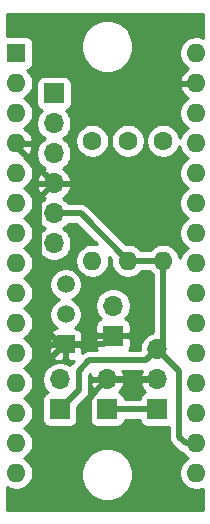
<source format=gbr>
%TF.GenerationSoftware,KiCad,Pcbnew,(5.1.12)-1*%
%TF.CreationDate,2024-12-20T23:38:59+09:00*%
%TF.ProjectId,Cuicuit,43756963-7569-4742-9e6b-696361645f70,rev?*%
%TF.SameCoordinates,Original*%
%TF.FileFunction,Copper,L1,Top*%
%TF.FilePolarity,Positive*%
%FSLAX46Y46*%
G04 Gerber Fmt 4.6, Leading zero omitted, Abs format (unit mm)*
G04 Created by KiCad (PCBNEW (5.1.12)-1) date 2024-12-20 23:38:59*
%MOMM*%
%LPD*%
G01*
G04 APERTURE LIST*
%TA.AperFunction,ComponentPad*%
%ADD10C,1.600000*%
%TD*%
%TA.AperFunction,ComponentPad*%
%ADD11O,1.600000X1.600000*%
%TD*%
%TA.AperFunction,ComponentPad*%
%ADD12C,1.500000*%
%TD*%
%TA.AperFunction,ComponentPad*%
%ADD13R,1.500000X1.500000*%
%TD*%
%TA.AperFunction,ComponentPad*%
%ADD14R,1.600000X1.600000*%
%TD*%
%TA.AperFunction,ComponentPad*%
%ADD15R,1.700000X1.700000*%
%TD*%
%TA.AperFunction,ComponentPad*%
%ADD16O,1.700000X1.700000*%
%TD*%
%TA.AperFunction,Conductor*%
%ADD17C,0.500000*%
%TD*%
%TA.AperFunction,Conductor*%
%ADD18C,0.254000*%
%TD*%
%TA.AperFunction,Conductor*%
%ADD19C,0.100000*%
%TD*%
G04 APERTURE END LIST*
D10*
%TO.P,1N4007,1*%
%TO.N,Net-(1N4007-Pad1)*%
X140540000Y-118180000D03*
D11*
%TO.P,1N4007,2*%
%TO.N,+3.3VADC*%
X140540000Y-128340000D03*
%TD*%
D12*
%TO.P,2SC1815,2*%
%TO.N,Net-(1N4007-Pad1)*%
X135290000Y-132890000D03*
%TO.P,2SC1815,3*%
%TO.N,Net-(2SC1815-Pad3)*%
X135290000Y-130350000D03*
D13*
%TO.P,2SC1815,1*%
%TO.N,0*%
X135290000Y-135430000D03*
%TD*%
D14*
%TO.P,Arduino_nano_33_ble1,1*%
%TO.N,RX*%
X131095001Y-110765001D03*
D11*
%TO.P,Arduino_nano_33_ble1,17*%
%TO.N,+3.3VADC*%
X146335001Y-143785001D03*
%TO.P,Arduino_nano_33_ble1,2*%
%TO.N,TX*%
X131095001Y-113305001D03*
%TO.P,Arduino_nano_33_ble1,18*%
%TO.N,Net-(Arduino_nano_33_ble1-Pad18)*%
X146335001Y-141245001D03*
%TO.P,Arduino_nano_33_ble1,3*%
%TO.N,Net-(Arduino_nano_33_ble1-Pad3)*%
X131095001Y-115845001D03*
%TO.P,Arduino_nano_33_ble1,19*%
%TO.N,Net-(Arduino_nano_33_ble1-Pad19)*%
X146335001Y-138705001D03*
%TO.P,Arduino_nano_33_ble1,4*%
%TO.N,0*%
X131095001Y-118385001D03*
%TO.P,Arduino_nano_33_ble1,20*%
%TO.N,Net-(Arduino_nano_33_ble1-Pad20)*%
X146335001Y-136165001D03*
%TO.P,Arduino_nano_33_ble1,5*%
%TO.N,Net-(Arduino_nano_33_ble1-Pad5)*%
X131095001Y-120925001D03*
%TO.P,Arduino_nano_33_ble1,21*%
%TO.N,Net-(Arduino_nano_33_ble1-Pad21)*%
X146335001Y-133625001D03*
%TO.P,Arduino_nano_33_ble1,6*%
%TO.N,Net-(Arduino_nano_33_ble1-Pad6)*%
X131095001Y-123465001D03*
%TO.P,Arduino_nano_33_ble1,22*%
%TO.N,Net-(Arduino_nano_33_ble1-Pad22)*%
X146335001Y-131085001D03*
%TO.P,Arduino_nano_33_ble1,7*%
%TO.N,Net-(Arduino_nano_33_ble1-Pad7)*%
X131095001Y-126005001D03*
%TO.P,Arduino_nano_33_ble1,23*%
%TO.N,Net-(Arduino_nano_33_ble1-Pad23)*%
X146335001Y-128545001D03*
%TO.P,Arduino_nano_33_ble1,8*%
%TO.N,Net-(Arduino_nano_33_ble1-Pad8)*%
X131095001Y-128545001D03*
%TO.P,Arduino_nano_33_ble1,24*%
%TO.N,Net-(Arduino_nano_33_ble1-Pad24)*%
X146335001Y-126005001D03*
%TO.P,Arduino_nano_33_ble1,9*%
%TO.N,Net-(Arduino_nano_33_ble1-Pad9)*%
X131095001Y-131085001D03*
%TO.P,Arduino_nano_33_ble1,25*%
%TO.N,Net-(Arduino_nano_33_ble1-Pad25)*%
X146335001Y-123465001D03*
%TO.P,Arduino_nano_33_ble1,10*%
%TO.N,Net-(Arduino_nano_33_ble1-Pad10)*%
X131095001Y-133625001D03*
%TO.P,Arduino_nano_33_ble1,26*%
%TO.N,A7*%
X146335001Y-120925001D03*
%TO.P,Arduino_nano_33_ble1,11*%
%TO.N,Net-(Arduino_nano_33_ble1-Pad11)*%
X131095001Y-136165001D03*
%TO.P,Arduino_nano_33_ble1,27*%
%TO.N,Net-(Arduino_nano_33_ble1-Pad27)*%
X146335001Y-118385001D03*
%TO.P,Arduino_nano_33_ble1,12*%
%TO.N,D9*%
X131095001Y-138705001D03*
%TO.P,Arduino_nano_33_ble1,28*%
%TO.N,Net-(Arduino_nano_33_ble1-Pad28)*%
X146335001Y-115845001D03*
%TO.P,Arduino_nano_33_ble1,13*%
%TO.N,Net-(Arduino_nano_33_ble1-Pad13)*%
X131095001Y-141245001D03*
%TO.P,Arduino_nano_33_ble1,29*%
%TO.N,0*%
X146335001Y-113305001D03*
%TO.P,Arduino_nano_33_ble1,14*%
%TO.N,Net-(Arduino_nano_33_ble1-Pad14)*%
X131095001Y-143785001D03*
%TO.P,Arduino_nano_33_ble1,30*%
%TO.N,Net-(Arduino_nano_33_ble1-Pad30)*%
X146335001Y-110765001D03*
%TO.P,Arduino_nano_33_ble1,15*%
%TO.N,Net-(Arduino_nano_33_ble1-Pad15)*%
X131095001Y-146325001D03*
%TO.P,Arduino_nano_33_ble1,16*%
%TO.N,Net-(Arduino_nano_33_ble1-Pad16)*%
X146335001Y-146325001D03*
%TD*%
D15*
%TO.P,Bend,1*%
%TO.N,0*%
X139290000Y-134680000D03*
D16*
%TO.P,Bend,2*%
%TO.N,A7*%
X139290000Y-132140000D03*
%TD*%
D15*
%TO.P,BLE,1*%
%TO.N,Net-(Bluetooth1-Pad1)*%
X134290000Y-114180000D03*
D16*
%TO.P,BLE,2*%
%TO.N,RX*%
X134290000Y-116720000D03*
%TO.P,BLE,3*%
%TO.N,TX*%
X134290000Y-119260000D03*
%TO.P,BLE,4*%
%TO.N,0*%
X134290000Y-121800000D03*
%TO.P,BLE,5*%
%TO.N,+3.3VADC*%
X134290000Y-124340000D03*
%TO.P,BLE,6*%
%TO.N,Net-(Bluetooth1-Pad6)*%
X134290000Y-126880000D03*
%TD*%
D15*
%TO.P,DCDC,1*%
%TO.N,+3V0*%
X143040000Y-140930000D03*
D16*
%TO.P,DCDC,2*%
%TO.N,0*%
X143040000Y-138390000D03*
%TO.P,DCDC,3*%
%TO.N,+3.3VADC*%
X143040000Y-135850000D03*
%TD*%
%TO.P,Motor,2*%
%TO.N,Net-(1N4007-Pad1)*%
X134790000Y-138390000D03*
D15*
%TO.P,Motor,1*%
%TO.N,+3.3VADC*%
X134790000Y-140930000D03*
%TD*%
D11*
%TO.P,R1,2*%
%TO.N,+3.3VADC*%
X143540000Y-128340000D03*
D10*
%TO.P,R1,1*%
%TO.N,A7*%
X143540000Y-118180000D03*
%TD*%
%TO.P,R2,1*%
%TO.N,Net-(2SC1815-Pad3)*%
X137540000Y-118180000D03*
D11*
%TO.P,R2,2*%
%TO.N,D9*%
X137540000Y-128340000D03*
%TD*%
D15*
%TO.P,PW,1*%
%TO.N,+3V0*%
X138790000Y-140930000D03*
D16*
%TO.P,PW,2*%
%TO.N,0*%
X138790000Y-138390000D03*
%TD*%
D17*
%TO.N,+3.3VADC*%
X144907000Y-137717000D02*
X143040000Y-135850000D01*
X144907000Y-143256000D02*
X144907000Y-137717000D01*
X145436001Y-143785001D02*
X144907000Y-143256000D01*
X146335001Y-143785001D02*
X145436001Y-143785001D01*
X143540000Y-135350000D02*
X143040000Y-135850000D01*
X143540000Y-128340000D02*
X143540000Y-135350000D01*
X140540000Y-128340000D02*
X143540000Y-128340000D01*
X136540000Y-124340000D02*
X140540000Y-128340000D01*
X134290000Y-124340000D02*
X136540000Y-124340000D01*
X137287000Y-136779000D02*
X136398000Y-137668000D01*
X136398000Y-139322000D02*
X134790000Y-140930000D01*
X136398000Y-137668000D02*
X136398000Y-139322000D01*
X143040000Y-135850000D02*
X142113000Y-136777000D01*
X140210000Y-136777000D02*
X140208000Y-136779000D01*
X142113000Y-136777000D02*
X140210000Y-136777000D01*
X140208000Y-136779000D02*
X137287000Y-136779000D01*
X140335000Y-136779000D02*
X140208000Y-136779000D01*
%TO.N,0*%
X138790000Y-138390000D02*
X143040000Y-138390000D01*
X133731000Y-142875000D02*
X132842000Y-141986000D01*
X132842000Y-141986000D02*
X132842000Y-137795000D01*
X135207000Y-135430000D02*
X135290000Y-135430000D01*
X132842000Y-137795000D02*
X135207000Y-135430000D01*
X138540000Y-135430000D02*
X139290000Y-134680000D01*
X135290000Y-135430000D02*
X138540000Y-135430000D01*
X135290000Y-135430000D02*
X134795000Y-135430000D01*
X132989999Y-123100001D02*
X134290000Y-121800000D01*
X132989999Y-133624999D02*
X132989999Y-123100001D01*
X134795000Y-135430000D02*
X132989999Y-133624999D01*
X131095001Y-118605001D02*
X134290000Y-121800000D01*
X131095001Y-118385001D02*
X131095001Y-118605001D01*
X138790000Y-138390000D02*
X137489999Y-139690001D01*
X137489999Y-139690001D02*
X137489999Y-139751001D01*
X137489999Y-139751001D02*
X136779000Y-140462000D01*
X136779000Y-140462000D02*
X136779000Y-142240000D01*
X136144000Y-142875000D02*
X133731000Y-142875000D01*
X136779000Y-142240000D02*
X136144000Y-142875000D01*
%TO.N,+3V0*%
X138790000Y-140930000D02*
X143040000Y-140930000D01*
%TD*%
D18*
%TO.N,0*%
X146913000Y-109451184D02*
X146753575Y-109385148D01*
X146476336Y-109330001D01*
X146193666Y-109330001D01*
X145916427Y-109385148D01*
X145655274Y-109493321D01*
X145420242Y-109650364D01*
X145220364Y-109850242D01*
X145063321Y-110085274D01*
X144955148Y-110346427D01*
X144900001Y-110623666D01*
X144900001Y-110906336D01*
X144955148Y-111183575D01*
X145063321Y-111444728D01*
X145220364Y-111679760D01*
X145420242Y-111879638D01*
X145655274Y-112036681D01*
X145665866Y-112041068D01*
X145479870Y-112152616D01*
X145271482Y-112341587D01*
X145103964Y-112567581D01*
X144983755Y-112821914D01*
X144943097Y-112955962D01*
X145065086Y-113178001D01*
X146208001Y-113178001D01*
X146208001Y-113158001D01*
X146462001Y-113158001D01*
X146462001Y-113178001D01*
X146482001Y-113178001D01*
X146482001Y-113432001D01*
X146462001Y-113432001D01*
X146462001Y-113452001D01*
X146208001Y-113452001D01*
X146208001Y-113432001D01*
X145065086Y-113432001D01*
X144943097Y-113654040D01*
X144983755Y-113788088D01*
X145103964Y-114042421D01*
X145271482Y-114268415D01*
X145479870Y-114457386D01*
X145665866Y-114568934D01*
X145655274Y-114573321D01*
X145420242Y-114730364D01*
X145220364Y-114930242D01*
X145063321Y-115165274D01*
X144955148Y-115426427D01*
X144900001Y-115703666D01*
X144900001Y-115986336D01*
X144955148Y-116263575D01*
X145063321Y-116524728D01*
X145220364Y-116759760D01*
X145420242Y-116959638D01*
X145652760Y-117115001D01*
X145420242Y-117270364D01*
X145220364Y-117470242D01*
X145063321Y-117705274D01*
X144958852Y-117957485D01*
X144919853Y-117761426D01*
X144811680Y-117500273D01*
X144654637Y-117265241D01*
X144454759Y-117065363D01*
X144219727Y-116908320D01*
X143958574Y-116800147D01*
X143681335Y-116745000D01*
X143398665Y-116745000D01*
X143121426Y-116800147D01*
X142860273Y-116908320D01*
X142625241Y-117065363D01*
X142425363Y-117265241D01*
X142268320Y-117500273D01*
X142160147Y-117761426D01*
X142105000Y-118038665D01*
X142105000Y-118321335D01*
X142160147Y-118598574D01*
X142268320Y-118859727D01*
X142425363Y-119094759D01*
X142625241Y-119294637D01*
X142860273Y-119451680D01*
X143121426Y-119559853D01*
X143398665Y-119615000D01*
X143681335Y-119615000D01*
X143958574Y-119559853D01*
X144219727Y-119451680D01*
X144454759Y-119294637D01*
X144654637Y-119094759D01*
X144811680Y-118859727D01*
X144916149Y-118607516D01*
X144955148Y-118803575D01*
X145063321Y-119064728D01*
X145220364Y-119299760D01*
X145420242Y-119499638D01*
X145652760Y-119655001D01*
X145420242Y-119810364D01*
X145220364Y-120010242D01*
X145063321Y-120245274D01*
X144955148Y-120506427D01*
X144900001Y-120783666D01*
X144900001Y-121066336D01*
X144955148Y-121343575D01*
X145063321Y-121604728D01*
X145220364Y-121839760D01*
X145420242Y-122039638D01*
X145652760Y-122195001D01*
X145420242Y-122350364D01*
X145220364Y-122550242D01*
X145063321Y-122785274D01*
X144955148Y-123046427D01*
X144900001Y-123323666D01*
X144900001Y-123606336D01*
X144955148Y-123883575D01*
X145063321Y-124144728D01*
X145220364Y-124379760D01*
X145420242Y-124579638D01*
X145652760Y-124735001D01*
X145420242Y-124890364D01*
X145220364Y-125090242D01*
X145063321Y-125325274D01*
X144955148Y-125586427D01*
X144900001Y-125863666D01*
X144900001Y-126146336D01*
X144955148Y-126423575D01*
X145063321Y-126684728D01*
X145220364Y-126919760D01*
X145420242Y-127119638D01*
X145652760Y-127275001D01*
X145420242Y-127430364D01*
X145220364Y-127630242D01*
X145063321Y-127865274D01*
X144958852Y-128117485D01*
X144919853Y-127921426D01*
X144811680Y-127660273D01*
X144654637Y-127425241D01*
X144454759Y-127225363D01*
X144219727Y-127068320D01*
X143958574Y-126960147D01*
X143681335Y-126905000D01*
X143398665Y-126905000D01*
X143121426Y-126960147D01*
X142860273Y-127068320D01*
X142625241Y-127225363D01*
X142425363Y-127425241D01*
X142405479Y-127455000D01*
X141674521Y-127455000D01*
X141654637Y-127425241D01*
X141454759Y-127225363D01*
X141219727Y-127068320D01*
X140958574Y-126960147D01*
X140681335Y-126905000D01*
X140398665Y-126905000D01*
X140363561Y-126911983D01*
X137196534Y-123744956D01*
X137168817Y-123711183D01*
X137034059Y-123600589D01*
X136880313Y-123518411D01*
X136713490Y-123467805D01*
X136583477Y-123455000D01*
X136583469Y-123455000D01*
X136540000Y-123450719D01*
X136496531Y-123455000D01*
X135484656Y-123455000D01*
X135443475Y-123393368D01*
X135236632Y-123186525D01*
X135054466Y-123064805D01*
X135171355Y-122995178D01*
X135387588Y-122800269D01*
X135561641Y-122566920D01*
X135686825Y-122304099D01*
X135731476Y-122156890D01*
X135610155Y-121927000D01*
X134417000Y-121927000D01*
X134417000Y-121947000D01*
X134163000Y-121947000D01*
X134163000Y-121927000D01*
X132969845Y-121927000D01*
X132848524Y-122156890D01*
X132893175Y-122304099D01*
X133018359Y-122566920D01*
X133192412Y-122800269D01*
X133408645Y-122995178D01*
X133525534Y-123064805D01*
X133343368Y-123186525D01*
X133136525Y-123393368D01*
X132974010Y-123636589D01*
X132862068Y-123906842D01*
X132805000Y-124193740D01*
X132805000Y-124486260D01*
X132862068Y-124773158D01*
X132974010Y-125043411D01*
X133136525Y-125286632D01*
X133343368Y-125493475D01*
X133517760Y-125610000D01*
X133343368Y-125726525D01*
X133136525Y-125933368D01*
X132974010Y-126176589D01*
X132862068Y-126446842D01*
X132805000Y-126733740D01*
X132805000Y-127026260D01*
X132862068Y-127313158D01*
X132974010Y-127583411D01*
X133136525Y-127826632D01*
X133343368Y-128033475D01*
X133586589Y-128195990D01*
X133856842Y-128307932D01*
X134143740Y-128365000D01*
X134436260Y-128365000D01*
X134723158Y-128307932D01*
X134993411Y-128195990D01*
X135236632Y-128033475D01*
X135443475Y-127826632D01*
X135605990Y-127583411D01*
X135717932Y-127313158D01*
X135775000Y-127026260D01*
X135775000Y-126733740D01*
X135717932Y-126446842D01*
X135605990Y-126176589D01*
X135443475Y-125933368D01*
X135236632Y-125726525D01*
X135062240Y-125610000D01*
X135236632Y-125493475D01*
X135443475Y-125286632D01*
X135484656Y-125225000D01*
X136173422Y-125225000D01*
X137896152Y-126947730D01*
X137681335Y-126905000D01*
X137398665Y-126905000D01*
X137121426Y-126960147D01*
X136860273Y-127068320D01*
X136625241Y-127225363D01*
X136425363Y-127425241D01*
X136268320Y-127660273D01*
X136160147Y-127921426D01*
X136105000Y-128198665D01*
X136105000Y-128481335D01*
X136160147Y-128758574D01*
X136268320Y-129019727D01*
X136425363Y-129254759D01*
X136625241Y-129454637D01*
X136860273Y-129611680D01*
X137121426Y-129719853D01*
X137398665Y-129775000D01*
X137681335Y-129775000D01*
X137958574Y-129719853D01*
X138219727Y-129611680D01*
X138454759Y-129454637D01*
X138654637Y-129254759D01*
X138811680Y-129019727D01*
X138919853Y-128758574D01*
X138975000Y-128481335D01*
X138975000Y-128198665D01*
X138932270Y-127983849D01*
X139111983Y-128163561D01*
X139105000Y-128198665D01*
X139105000Y-128481335D01*
X139160147Y-128758574D01*
X139268320Y-129019727D01*
X139425363Y-129254759D01*
X139625241Y-129454637D01*
X139860273Y-129611680D01*
X140121426Y-129719853D01*
X140398665Y-129775000D01*
X140681335Y-129775000D01*
X140958574Y-129719853D01*
X141219727Y-129611680D01*
X141454759Y-129454637D01*
X141654637Y-129254759D01*
X141674521Y-129225000D01*
X142405479Y-129225000D01*
X142425363Y-129254759D01*
X142625241Y-129454637D01*
X142655000Y-129474521D01*
X142655001Y-134412489D01*
X142606842Y-134422068D01*
X142336589Y-134534010D01*
X142093368Y-134696525D01*
X141886525Y-134903368D01*
X141724010Y-135146589D01*
X141612068Y-135416842D01*
X141555000Y-135703740D01*
X141555000Y-135892000D01*
X140664377Y-135892000D01*
X140670537Y-135884494D01*
X140729502Y-135774180D01*
X140765812Y-135654482D01*
X140778072Y-135530000D01*
X140775000Y-134965750D01*
X140616250Y-134807000D01*
X139417000Y-134807000D01*
X139417000Y-134827000D01*
X139163000Y-134827000D01*
X139163000Y-134807000D01*
X137963750Y-134807000D01*
X137805000Y-134965750D01*
X137801928Y-135530000D01*
X137814188Y-135654482D01*
X137850498Y-135774180D01*
X137909463Y-135884494D01*
X137917264Y-135894000D01*
X137330469Y-135894000D01*
X137287000Y-135889719D01*
X137243531Y-135894000D01*
X137243523Y-135894000D01*
X137113510Y-135906805D01*
X136946687Y-135957411D01*
X136823059Y-136023491D01*
X136792941Y-136039589D01*
X136691953Y-136122468D01*
X136691951Y-136122470D01*
X136677768Y-136134110D01*
X136675000Y-135715750D01*
X136516250Y-135557000D01*
X135417000Y-135557000D01*
X135417000Y-136656250D01*
X135575750Y-136815000D01*
X135996637Y-136817785D01*
X135802956Y-137011466D01*
X135769183Y-137039183D01*
X135658589Y-137173942D01*
X135654479Y-137181632D01*
X135493411Y-137074010D01*
X135223158Y-136962068D01*
X134936260Y-136905000D01*
X134643740Y-136905000D01*
X134356842Y-136962068D01*
X134086589Y-137074010D01*
X133843368Y-137236525D01*
X133636525Y-137443368D01*
X133474010Y-137686589D01*
X133362068Y-137956842D01*
X133305000Y-138243740D01*
X133305000Y-138536260D01*
X133362068Y-138823158D01*
X133474010Y-139093411D01*
X133636525Y-139336632D01*
X133768380Y-139468487D01*
X133695820Y-139490498D01*
X133585506Y-139549463D01*
X133488815Y-139628815D01*
X133409463Y-139725506D01*
X133350498Y-139835820D01*
X133314188Y-139955518D01*
X133301928Y-140080000D01*
X133301928Y-141780000D01*
X133314188Y-141904482D01*
X133350498Y-142024180D01*
X133409463Y-142134494D01*
X133488815Y-142231185D01*
X133585506Y-142310537D01*
X133695820Y-142369502D01*
X133815518Y-142405812D01*
X133940000Y-142418072D01*
X135640000Y-142418072D01*
X135764482Y-142405812D01*
X135884180Y-142369502D01*
X135994494Y-142310537D01*
X136091185Y-142231185D01*
X136170537Y-142134494D01*
X136229502Y-142024180D01*
X136265812Y-141904482D01*
X136278072Y-141780000D01*
X136278072Y-140693507D01*
X136993049Y-139978530D01*
X137026817Y-139950817D01*
X137137411Y-139816059D01*
X137219589Y-139662313D01*
X137270195Y-139495490D01*
X137283000Y-139365477D01*
X137283000Y-139365467D01*
X137287281Y-139322001D01*
X137283000Y-139278535D01*
X137283000Y-138034578D01*
X137376412Y-137941166D01*
X137348524Y-138033110D01*
X137469845Y-138263000D01*
X138663000Y-138263000D01*
X138663000Y-138243000D01*
X138917000Y-138243000D01*
X138917000Y-138263000D01*
X140110155Y-138263000D01*
X140231476Y-138033110D01*
X140186825Y-137885901D01*
X140081132Y-137664000D01*
X140164531Y-137664000D01*
X140208000Y-137668281D01*
X140251469Y-137664000D01*
X140378477Y-137664000D01*
X140398784Y-137662000D01*
X141749821Y-137662000D01*
X141643175Y-137885901D01*
X141598524Y-138033110D01*
X141719845Y-138263000D01*
X142913000Y-138263000D01*
X142913000Y-138243000D01*
X143167000Y-138243000D01*
X143167000Y-138263000D01*
X143187000Y-138263000D01*
X143187000Y-138517000D01*
X143167000Y-138517000D01*
X143167000Y-138537000D01*
X142913000Y-138537000D01*
X142913000Y-138517000D01*
X141719845Y-138517000D01*
X141598524Y-138746890D01*
X141643175Y-138894099D01*
X141768359Y-139156920D01*
X141942412Y-139390269D01*
X142026466Y-139466034D01*
X141945820Y-139490498D01*
X141835506Y-139549463D01*
X141738815Y-139628815D01*
X141659463Y-139725506D01*
X141600498Y-139835820D01*
X141564188Y-139955518D01*
X141555375Y-140045000D01*
X140274625Y-140045000D01*
X140265812Y-139955518D01*
X140229502Y-139835820D01*
X140170537Y-139725506D01*
X140091185Y-139628815D01*
X139994494Y-139549463D01*
X139884180Y-139490498D01*
X139803534Y-139466034D01*
X139887588Y-139390269D01*
X140061641Y-139156920D01*
X140186825Y-138894099D01*
X140231476Y-138746890D01*
X140110155Y-138517000D01*
X138917000Y-138517000D01*
X138917000Y-138537000D01*
X138663000Y-138537000D01*
X138663000Y-138517000D01*
X137469845Y-138517000D01*
X137348524Y-138746890D01*
X137393175Y-138894099D01*
X137518359Y-139156920D01*
X137692412Y-139390269D01*
X137776466Y-139466034D01*
X137695820Y-139490498D01*
X137585506Y-139549463D01*
X137488815Y-139628815D01*
X137409463Y-139725506D01*
X137350498Y-139835820D01*
X137314188Y-139955518D01*
X137301928Y-140080000D01*
X137301928Y-141780000D01*
X137314188Y-141904482D01*
X137350498Y-142024180D01*
X137409463Y-142134494D01*
X137488815Y-142231185D01*
X137585506Y-142310537D01*
X137695820Y-142369502D01*
X137815518Y-142405812D01*
X137940000Y-142418072D01*
X139640000Y-142418072D01*
X139764482Y-142405812D01*
X139884180Y-142369502D01*
X139994494Y-142310537D01*
X140091185Y-142231185D01*
X140170537Y-142134494D01*
X140229502Y-142024180D01*
X140265812Y-141904482D01*
X140274625Y-141815000D01*
X141555375Y-141815000D01*
X141564188Y-141904482D01*
X141600498Y-142024180D01*
X141659463Y-142134494D01*
X141738815Y-142231185D01*
X141835506Y-142310537D01*
X141945820Y-142369502D01*
X142065518Y-142405812D01*
X142190000Y-142418072D01*
X143890000Y-142418072D01*
X144014482Y-142405812D01*
X144022000Y-142403531D01*
X144022000Y-143212531D01*
X144017719Y-143256000D01*
X144022000Y-143299469D01*
X144022000Y-143299476D01*
X144028594Y-143366427D01*
X144034805Y-143429490D01*
X144050157Y-143480096D01*
X144085411Y-143596312D01*
X144167589Y-143750058D01*
X144278183Y-143884817D01*
X144311956Y-143912534D01*
X144779467Y-144380045D01*
X144807184Y-144413818D01*
X144941942Y-144524412D01*
X145095688Y-144606590D01*
X145173979Y-144630340D01*
X145220364Y-144699760D01*
X145420242Y-144899638D01*
X145652760Y-145055001D01*
X145420242Y-145210364D01*
X145220364Y-145410242D01*
X145063321Y-145645274D01*
X144955148Y-145906427D01*
X144900001Y-146183666D01*
X144900001Y-146466336D01*
X144955148Y-146743575D01*
X145063321Y-147004728D01*
X145220364Y-147239760D01*
X145420242Y-147439638D01*
X145655274Y-147596681D01*
X145916427Y-147704854D01*
X146193666Y-147760001D01*
X146476336Y-147760001D01*
X146753575Y-147704854D01*
X146913000Y-147638818D01*
X146913000Y-149445000D01*
X130275000Y-149445000D01*
X130275000Y-147502953D01*
X130415274Y-147596681D01*
X130676427Y-147704854D01*
X130953666Y-147760001D01*
X131236336Y-147760001D01*
X131513575Y-147704854D01*
X131774728Y-147596681D01*
X132009760Y-147439638D01*
X132209638Y-147239760D01*
X132366681Y-147004728D01*
X132474854Y-146743575D01*
X132530001Y-146466336D01*
X132530001Y-146209872D01*
X136555000Y-146209872D01*
X136555000Y-146650128D01*
X136640890Y-147081925D01*
X136809369Y-147488669D01*
X137053962Y-147854729D01*
X137365271Y-148166038D01*
X137731331Y-148410631D01*
X138138075Y-148579110D01*
X138569872Y-148665000D01*
X139010128Y-148665000D01*
X139441925Y-148579110D01*
X139848669Y-148410631D01*
X140214729Y-148166038D01*
X140526038Y-147854729D01*
X140770631Y-147488669D01*
X140939110Y-147081925D01*
X141025000Y-146650128D01*
X141025000Y-146209872D01*
X140939110Y-145778075D01*
X140770631Y-145371331D01*
X140526038Y-145005271D01*
X140214729Y-144693962D01*
X139848669Y-144449369D01*
X139441925Y-144280890D01*
X139010128Y-144195000D01*
X138569872Y-144195000D01*
X138138075Y-144280890D01*
X137731331Y-144449369D01*
X137365271Y-144693962D01*
X137053962Y-145005271D01*
X136809369Y-145371331D01*
X136640890Y-145778075D01*
X136555000Y-146209872D01*
X132530001Y-146209872D01*
X132530001Y-146183666D01*
X132474854Y-145906427D01*
X132366681Y-145645274D01*
X132209638Y-145410242D01*
X132009760Y-145210364D01*
X131777242Y-145055001D01*
X132009760Y-144899638D01*
X132209638Y-144699760D01*
X132366681Y-144464728D01*
X132474854Y-144203575D01*
X132530001Y-143926336D01*
X132530001Y-143643666D01*
X132474854Y-143366427D01*
X132366681Y-143105274D01*
X132209638Y-142870242D01*
X132009760Y-142670364D01*
X131777242Y-142515001D01*
X132009760Y-142359638D01*
X132209638Y-142159760D01*
X132366681Y-141924728D01*
X132474854Y-141663575D01*
X132530001Y-141386336D01*
X132530001Y-141103666D01*
X132474854Y-140826427D01*
X132366681Y-140565274D01*
X132209638Y-140330242D01*
X132009760Y-140130364D01*
X131777242Y-139975001D01*
X132009760Y-139819638D01*
X132209638Y-139619760D01*
X132366681Y-139384728D01*
X132474854Y-139123575D01*
X132530001Y-138846336D01*
X132530001Y-138563666D01*
X132474854Y-138286427D01*
X132366681Y-138025274D01*
X132209638Y-137790242D01*
X132009760Y-137590364D01*
X131777242Y-137435001D01*
X132009760Y-137279638D01*
X132209638Y-137079760D01*
X132366681Y-136844728D01*
X132474854Y-136583575D01*
X132530001Y-136306336D01*
X132530001Y-136180000D01*
X133901928Y-136180000D01*
X133914188Y-136304482D01*
X133950498Y-136424180D01*
X134009463Y-136534494D01*
X134088815Y-136631185D01*
X134185506Y-136710537D01*
X134295820Y-136769502D01*
X134415518Y-136805812D01*
X134540000Y-136818072D01*
X135004250Y-136815000D01*
X135163000Y-136656250D01*
X135163000Y-135557000D01*
X134063750Y-135557000D01*
X133905000Y-135715750D01*
X133901928Y-136180000D01*
X132530001Y-136180000D01*
X132530001Y-136023666D01*
X132474854Y-135746427D01*
X132366681Y-135485274D01*
X132209638Y-135250242D01*
X132009760Y-135050364D01*
X131777242Y-134895001D01*
X132009760Y-134739638D01*
X132069398Y-134680000D01*
X133901928Y-134680000D01*
X133905000Y-135144250D01*
X134063750Y-135303000D01*
X135163000Y-135303000D01*
X135163000Y-135283000D01*
X135417000Y-135283000D01*
X135417000Y-135303000D01*
X136516250Y-135303000D01*
X136675000Y-135144250D01*
X136678072Y-134680000D01*
X136665812Y-134555518D01*
X136629502Y-134435820D01*
X136570537Y-134325506D01*
X136491185Y-134228815D01*
X136394494Y-134149463D01*
X136284180Y-134090498D01*
X136164482Y-134054188D01*
X136056517Y-134043555D01*
X136172886Y-133965799D01*
X136308685Y-133830000D01*
X137801928Y-133830000D01*
X137805000Y-134394250D01*
X137963750Y-134553000D01*
X139163000Y-134553000D01*
X139163000Y-134533000D01*
X139417000Y-134533000D01*
X139417000Y-134553000D01*
X140616250Y-134553000D01*
X140775000Y-134394250D01*
X140778072Y-133830000D01*
X140765812Y-133705518D01*
X140729502Y-133585820D01*
X140670537Y-133475506D01*
X140591185Y-133378815D01*
X140494494Y-133299463D01*
X140384180Y-133240498D01*
X140311620Y-133218487D01*
X140443475Y-133086632D01*
X140605990Y-132843411D01*
X140717932Y-132573158D01*
X140775000Y-132286260D01*
X140775000Y-131993740D01*
X140717932Y-131706842D01*
X140605990Y-131436589D01*
X140443475Y-131193368D01*
X140236632Y-130986525D01*
X139993411Y-130824010D01*
X139723158Y-130712068D01*
X139436260Y-130655000D01*
X139143740Y-130655000D01*
X138856842Y-130712068D01*
X138586589Y-130824010D01*
X138343368Y-130986525D01*
X138136525Y-131193368D01*
X137974010Y-131436589D01*
X137862068Y-131706842D01*
X137805000Y-131993740D01*
X137805000Y-132286260D01*
X137862068Y-132573158D01*
X137974010Y-132843411D01*
X138136525Y-133086632D01*
X138268380Y-133218487D01*
X138195820Y-133240498D01*
X138085506Y-133299463D01*
X137988815Y-133378815D01*
X137909463Y-133475506D01*
X137850498Y-133585820D01*
X137814188Y-133705518D01*
X137801928Y-133830000D01*
X136308685Y-133830000D01*
X136365799Y-133772886D01*
X136517371Y-133546043D01*
X136621775Y-133293989D01*
X136675000Y-133026411D01*
X136675000Y-132753589D01*
X136621775Y-132486011D01*
X136517371Y-132233957D01*
X136365799Y-132007114D01*
X136172886Y-131814201D01*
X135946043Y-131662629D01*
X135843127Y-131620000D01*
X135946043Y-131577371D01*
X136172886Y-131425799D01*
X136365799Y-131232886D01*
X136517371Y-131006043D01*
X136621775Y-130753989D01*
X136675000Y-130486411D01*
X136675000Y-130213589D01*
X136621775Y-129946011D01*
X136517371Y-129693957D01*
X136365799Y-129467114D01*
X136172886Y-129274201D01*
X135946043Y-129122629D01*
X135693989Y-129018225D01*
X135426411Y-128965000D01*
X135153589Y-128965000D01*
X134886011Y-129018225D01*
X134633957Y-129122629D01*
X134407114Y-129274201D01*
X134214201Y-129467114D01*
X134062629Y-129693957D01*
X133958225Y-129946011D01*
X133905000Y-130213589D01*
X133905000Y-130486411D01*
X133958225Y-130753989D01*
X134062629Y-131006043D01*
X134214201Y-131232886D01*
X134407114Y-131425799D01*
X134633957Y-131577371D01*
X134736873Y-131620000D01*
X134633957Y-131662629D01*
X134407114Y-131814201D01*
X134214201Y-132007114D01*
X134062629Y-132233957D01*
X133958225Y-132486011D01*
X133905000Y-132753589D01*
X133905000Y-133026411D01*
X133958225Y-133293989D01*
X134062629Y-133546043D01*
X134214201Y-133772886D01*
X134407114Y-133965799D01*
X134523483Y-134043555D01*
X134415518Y-134054188D01*
X134295820Y-134090498D01*
X134185506Y-134149463D01*
X134088815Y-134228815D01*
X134009463Y-134325506D01*
X133950498Y-134435820D01*
X133914188Y-134555518D01*
X133901928Y-134680000D01*
X132069398Y-134680000D01*
X132209638Y-134539760D01*
X132366681Y-134304728D01*
X132474854Y-134043575D01*
X132530001Y-133766336D01*
X132530001Y-133483666D01*
X132474854Y-133206427D01*
X132366681Y-132945274D01*
X132209638Y-132710242D01*
X132009760Y-132510364D01*
X131777242Y-132355001D01*
X132009760Y-132199638D01*
X132209638Y-131999760D01*
X132366681Y-131764728D01*
X132474854Y-131503575D01*
X132530001Y-131226336D01*
X132530001Y-130943666D01*
X132474854Y-130666427D01*
X132366681Y-130405274D01*
X132209638Y-130170242D01*
X132009760Y-129970364D01*
X131777242Y-129815001D01*
X132009760Y-129659638D01*
X132209638Y-129459760D01*
X132366681Y-129224728D01*
X132474854Y-128963575D01*
X132530001Y-128686336D01*
X132530001Y-128403666D01*
X132474854Y-128126427D01*
X132366681Y-127865274D01*
X132209638Y-127630242D01*
X132009760Y-127430364D01*
X131777242Y-127275001D01*
X132009760Y-127119638D01*
X132209638Y-126919760D01*
X132366681Y-126684728D01*
X132474854Y-126423575D01*
X132530001Y-126146336D01*
X132530001Y-125863666D01*
X132474854Y-125586427D01*
X132366681Y-125325274D01*
X132209638Y-125090242D01*
X132009760Y-124890364D01*
X131777242Y-124735001D01*
X132009760Y-124579638D01*
X132209638Y-124379760D01*
X132366681Y-124144728D01*
X132474854Y-123883575D01*
X132530001Y-123606336D01*
X132530001Y-123323666D01*
X132474854Y-123046427D01*
X132366681Y-122785274D01*
X132209638Y-122550242D01*
X132009760Y-122350364D01*
X131777242Y-122195001D01*
X132009760Y-122039638D01*
X132209638Y-121839760D01*
X132366681Y-121604728D01*
X132474854Y-121343575D01*
X132530001Y-121066336D01*
X132530001Y-120783666D01*
X132474854Y-120506427D01*
X132366681Y-120245274D01*
X132209638Y-120010242D01*
X132009760Y-119810364D01*
X131774728Y-119653321D01*
X131764136Y-119648934D01*
X131950132Y-119537386D01*
X132158520Y-119348415D01*
X132326038Y-119122421D01*
X132446247Y-118868088D01*
X132486905Y-118734040D01*
X132364916Y-118512001D01*
X131222001Y-118512001D01*
X131222001Y-118532001D01*
X130968001Y-118532001D01*
X130968001Y-118512001D01*
X130948001Y-118512001D01*
X130948001Y-118258001D01*
X130968001Y-118258001D01*
X130968001Y-118238001D01*
X131222001Y-118238001D01*
X131222001Y-118258001D01*
X132364916Y-118258001D01*
X132486905Y-118035962D01*
X132446247Y-117901914D01*
X132326038Y-117647581D01*
X132158520Y-117421587D01*
X131950132Y-117232616D01*
X131764136Y-117121068D01*
X131774728Y-117116681D01*
X132009760Y-116959638D01*
X132209638Y-116759760D01*
X132366681Y-116524728D01*
X132474854Y-116263575D01*
X132530001Y-115986336D01*
X132530001Y-115703666D01*
X132474854Y-115426427D01*
X132366681Y-115165274D01*
X132209638Y-114930242D01*
X132009760Y-114730364D01*
X131777242Y-114575001D01*
X132009760Y-114419638D01*
X132209638Y-114219760D01*
X132366681Y-113984728D01*
X132474854Y-113723575D01*
X132530001Y-113446336D01*
X132530001Y-113330000D01*
X132801928Y-113330000D01*
X132801928Y-115030000D01*
X132814188Y-115154482D01*
X132850498Y-115274180D01*
X132909463Y-115384494D01*
X132988815Y-115481185D01*
X133085506Y-115560537D01*
X133195820Y-115619502D01*
X133268380Y-115641513D01*
X133136525Y-115773368D01*
X132974010Y-116016589D01*
X132862068Y-116286842D01*
X132805000Y-116573740D01*
X132805000Y-116866260D01*
X132862068Y-117153158D01*
X132974010Y-117423411D01*
X133136525Y-117666632D01*
X133343368Y-117873475D01*
X133517760Y-117990000D01*
X133343368Y-118106525D01*
X133136525Y-118313368D01*
X132974010Y-118556589D01*
X132862068Y-118826842D01*
X132805000Y-119113740D01*
X132805000Y-119406260D01*
X132862068Y-119693158D01*
X132974010Y-119963411D01*
X133136525Y-120206632D01*
X133343368Y-120413475D01*
X133525534Y-120535195D01*
X133408645Y-120604822D01*
X133192412Y-120799731D01*
X133018359Y-121033080D01*
X132893175Y-121295901D01*
X132848524Y-121443110D01*
X132969845Y-121673000D01*
X134163000Y-121673000D01*
X134163000Y-121653000D01*
X134417000Y-121653000D01*
X134417000Y-121673000D01*
X135610155Y-121673000D01*
X135731476Y-121443110D01*
X135686825Y-121295901D01*
X135561641Y-121033080D01*
X135387588Y-120799731D01*
X135171355Y-120604822D01*
X135054466Y-120535195D01*
X135236632Y-120413475D01*
X135443475Y-120206632D01*
X135605990Y-119963411D01*
X135717932Y-119693158D01*
X135775000Y-119406260D01*
X135775000Y-119113740D01*
X135717932Y-118826842D01*
X135605990Y-118556589D01*
X135443475Y-118313368D01*
X135236632Y-118106525D01*
X135135073Y-118038665D01*
X136105000Y-118038665D01*
X136105000Y-118321335D01*
X136160147Y-118598574D01*
X136268320Y-118859727D01*
X136425363Y-119094759D01*
X136625241Y-119294637D01*
X136860273Y-119451680D01*
X137121426Y-119559853D01*
X137398665Y-119615000D01*
X137681335Y-119615000D01*
X137958574Y-119559853D01*
X138219727Y-119451680D01*
X138454759Y-119294637D01*
X138654637Y-119094759D01*
X138811680Y-118859727D01*
X138919853Y-118598574D01*
X138975000Y-118321335D01*
X138975000Y-118038665D01*
X139105000Y-118038665D01*
X139105000Y-118321335D01*
X139160147Y-118598574D01*
X139268320Y-118859727D01*
X139425363Y-119094759D01*
X139625241Y-119294637D01*
X139860273Y-119451680D01*
X140121426Y-119559853D01*
X140398665Y-119615000D01*
X140681335Y-119615000D01*
X140958574Y-119559853D01*
X141219727Y-119451680D01*
X141454759Y-119294637D01*
X141654637Y-119094759D01*
X141811680Y-118859727D01*
X141919853Y-118598574D01*
X141975000Y-118321335D01*
X141975000Y-118038665D01*
X141919853Y-117761426D01*
X141811680Y-117500273D01*
X141654637Y-117265241D01*
X141454759Y-117065363D01*
X141219727Y-116908320D01*
X140958574Y-116800147D01*
X140681335Y-116745000D01*
X140398665Y-116745000D01*
X140121426Y-116800147D01*
X139860273Y-116908320D01*
X139625241Y-117065363D01*
X139425363Y-117265241D01*
X139268320Y-117500273D01*
X139160147Y-117761426D01*
X139105000Y-118038665D01*
X138975000Y-118038665D01*
X138919853Y-117761426D01*
X138811680Y-117500273D01*
X138654637Y-117265241D01*
X138454759Y-117065363D01*
X138219727Y-116908320D01*
X137958574Y-116800147D01*
X137681335Y-116745000D01*
X137398665Y-116745000D01*
X137121426Y-116800147D01*
X136860273Y-116908320D01*
X136625241Y-117065363D01*
X136425363Y-117265241D01*
X136268320Y-117500273D01*
X136160147Y-117761426D01*
X136105000Y-118038665D01*
X135135073Y-118038665D01*
X135062240Y-117990000D01*
X135236632Y-117873475D01*
X135443475Y-117666632D01*
X135605990Y-117423411D01*
X135717932Y-117153158D01*
X135775000Y-116866260D01*
X135775000Y-116573740D01*
X135717932Y-116286842D01*
X135605990Y-116016589D01*
X135443475Y-115773368D01*
X135311620Y-115641513D01*
X135384180Y-115619502D01*
X135494494Y-115560537D01*
X135591185Y-115481185D01*
X135670537Y-115384494D01*
X135729502Y-115274180D01*
X135765812Y-115154482D01*
X135778072Y-115030000D01*
X135778072Y-113330000D01*
X135765812Y-113205518D01*
X135729502Y-113085820D01*
X135670537Y-112975506D01*
X135591185Y-112878815D01*
X135494494Y-112799463D01*
X135384180Y-112740498D01*
X135264482Y-112704188D01*
X135140000Y-112691928D01*
X133440000Y-112691928D01*
X133315518Y-112704188D01*
X133195820Y-112740498D01*
X133085506Y-112799463D01*
X132988815Y-112878815D01*
X132909463Y-112975506D01*
X132850498Y-113085820D01*
X132814188Y-113205518D01*
X132801928Y-113330000D01*
X132530001Y-113330000D01*
X132530001Y-113163666D01*
X132474854Y-112886427D01*
X132366681Y-112625274D01*
X132209638Y-112390242D01*
X132011040Y-112191644D01*
X132019483Y-112190813D01*
X132139181Y-112154503D01*
X132249495Y-112095538D01*
X132346186Y-112016186D01*
X132425538Y-111919495D01*
X132484503Y-111809181D01*
X132520813Y-111689483D01*
X132533073Y-111565001D01*
X132533073Y-109965001D01*
X132532568Y-109959872D01*
X136555000Y-109959872D01*
X136555000Y-110400128D01*
X136640890Y-110831925D01*
X136809369Y-111238669D01*
X137053962Y-111604729D01*
X137365271Y-111916038D01*
X137731331Y-112160631D01*
X138138075Y-112329110D01*
X138569872Y-112415000D01*
X139010128Y-112415000D01*
X139441925Y-112329110D01*
X139848669Y-112160631D01*
X140214729Y-111916038D01*
X140526038Y-111604729D01*
X140770631Y-111238669D01*
X140939110Y-110831925D01*
X141025000Y-110400128D01*
X141025000Y-109959872D01*
X140939110Y-109528075D01*
X140770631Y-109121331D01*
X140526038Y-108755271D01*
X140214729Y-108443962D01*
X139848669Y-108199369D01*
X139441925Y-108030890D01*
X139010128Y-107945000D01*
X138569872Y-107945000D01*
X138138075Y-108030890D01*
X137731331Y-108199369D01*
X137365271Y-108443962D01*
X137053962Y-108755271D01*
X136809369Y-109121331D01*
X136640890Y-109528075D01*
X136555000Y-109959872D01*
X132532568Y-109959872D01*
X132520813Y-109840519D01*
X132484503Y-109720821D01*
X132425538Y-109610507D01*
X132346186Y-109513816D01*
X132249495Y-109434464D01*
X132139181Y-109375499D01*
X132019483Y-109339189D01*
X131895001Y-109326929D01*
X130295001Y-109326929D01*
X130275000Y-109328899D01*
X130275000Y-107415000D01*
X146913000Y-107415000D01*
X146913000Y-109451184D01*
%TA.AperFunction,Conductor*%
D19*
G36*
X146913000Y-109451184D02*
G01*
X146753575Y-109385148D01*
X146476336Y-109330001D01*
X146193666Y-109330001D01*
X145916427Y-109385148D01*
X145655274Y-109493321D01*
X145420242Y-109650364D01*
X145220364Y-109850242D01*
X145063321Y-110085274D01*
X144955148Y-110346427D01*
X144900001Y-110623666D01*
X144900001Y-110906336D01*
X144955148Y-111183575D01*
X145063321Y-111444728D01*
X145220364Y-111679760D01*
X145420242Y-111879638D01*
X145655274Y-112036681D01*
X145665866Y-112041068D01*
X145479870Y-112152616D01*
X145271482Y-112341587D01*
X145103964Y-112567581D01*
X144983755Y-112821914D01*
X144943097Y-112955962D01*
X145065086Y-113178001D01*
X146208001Y-113178001D01*
X146208001Y-113158001D01*
X146462001Y-113158001D01*
X146462001Y-113178001D01*
X146482001Y-113178001D01*
X146482001Y-113432001D01*
X146462001Y-113432001D01*
X146462001Y-113452001D01*
X146208001Y-113452001D01*
X146208001Y-113432001D01*
X145065086Y-113432001D01*
X144943097Y-113654040D01*
X144983755Y-113788088D01*
X145103964Y-114042421D01*
X145271482Y-114268415D01*
X145479870Y-114457386D01*
X145665866Y-114568934D01*
X145655274Y-114573321D01*
X145420242Y-114730364D01*
X145220364Y-114930242D01*
X145063321Y-115165274D01*
X144955148Y-115426427D01*
X144900001Y-115703666D01*
X144900001Y-115986336D01*
X144955148Y-116263575D01*
X145063321Y-116524728D01*
X145220364Y-116759760D01*
X145420242Y-116959638D01*
X145652760Y-117115001D01*
X145420242Y-117270364D01*
X145220364Y-117470242D01*
X145063321Y-117705274D01*
X144958852Y-117957485D01*
X144919853Y-117761426D01*
X144811680Y-117500273D01*
X144654637Y-117265241D01*
X144454759Y-117065363D01*
X144219727Y-116908320D01*
X143958574Y-116800147D01*
X143681335Y-116745000D01*
X143398665Y-116745000D01*
X143121426Y-116800147D01*
X142860273Y-116908320D01*
X142625241Y-117065363D01*
X142425363Y-117265241D01*
X142268320Y-117500273D01*
X142160147Y-117761426D01*
X142105000Y-118038665D01*
X142105000Y-118321335D01*
X142160147Y-118598574D01*
X142268320Y-118859727D01*
X142425363Y-119094759D01*
X142625241Y-119294637D01*
X142860273Y-119451680D01*
X143121426Y-119559853D01*
X143398665Y-119615000D01*
X143681335Y-119615000D01*
X143958574Y-119559853D01*
X144219727Y-119451680D01*
X144454759Y-119294637D01*
X144654637Y-119094759D01*
X144811680Y-118859727D01*
X144916149Y-118607516D01*
X144955148Y-118803575D01*
X145063321Y-119064728D01*
X145220364Y-119299760D01*
X145420242Y-119499638D01*
X145652760Y-119655001D01*
X145420242Y-119810364D01*
X145220364Y-120010242D01*
X145063321Y-120245274D01*
X144955148Y-120506427D01*
X144900001Y-120783666D01*
X144900001Y-121066336D01*
X144955148Y-121343575D01*
X145063321Y-121604728D01*
X145220364Y-121839760D01*
X145420242Y-122039638D01*
X145652760Y-122195001D01*
X145420242Y-122350364D01*
X145220364Y-122550242D01*
X145063321Y-122785274D01*
X144955148Y-123046427D01*
X144900001Y-123323666D01*
X144900001Y-123606336D01*
X144955148Y-123883575D01*
X145063321Y-124144728D01*
X145220364Y-124379760D01*
X145420242Y-124579638D01*
X145652760Y-124735001D01*
X145420242Y-124890364D01*
X145220364Y-125090242D01*
X145063321Y-125325274D01*
X144955148Y-125586427D01*
X144900001Y-125863666D01*
X144900001Y-126146336D01*
X144955148Y-126423575D01*
X145063321Y-126684728D01*
X145220364Y-126919760D01*
X145420242Y-127119638D01*
X145652760Y-127275001D01*
X145420242Y-127430364D01*
X145220364Y-127630242D01*
X145063321Y-127865274D01*
X144958852Y-128117485D01*
X144919853Y-127921426D01*
X144811680Y-127660273D01*
X144654637Y-127425241D01*
X144454759Y-127225363D01*
X144219727Y-127068320D01*
X143958574Y-126960147D01*
X143681335Y-126905000D01*
X143398665Y-126905000D01*
X143121426Y-126960147D01*
X142860273Y-127068320D01*
X142625241Y-127225363D01*
X142425363Y-127425241D01*
X142405479Y-127455000D01*
X141674521Y-127455000D01*
X141654637Y-127425241D01*
X141454759Y-127225363D01*
X141219727Y-127068320D01*
X140958574Y-126960147D01*
X140681335Y-126905000D01*
X140398665Y-126905000D01*
X140363561Y-126911983D01*
X137196534Y-123744956D01*
X137168817Y-123711183D01*
X137034059Y-123600589D01*
X136880313Y-123518411D01*
X136713490Y-123467805D01*
X136583477Y-123455000D01*
X136583469Y-123455000D01*
X136540000Y-123450719D01*
X136496531Y-123455000D01*
X135484656Y-123455000D01*
X135443475Y-123393368D01*
X135236632Y-123186525D01*
X135054466Y-123064805D01*
X135171355Y-122995178D01*
X135387588Y-122800269D01*
X135561641Y-122566920D01*
X135686825Y-122304099D01*
X135731476Y-122156890D01*
X135610155Y-121927000D01*
X134417000Y-121927000D01*
X134417000Y-121947000D01*
X134163000Y-121947000D01*
X134163000Y-121927000D01*
X132969845Y-121927000D01*
X132848524Y-122156890D01*
X132893175Y-122304099D01*
X133018359Y-122566920D01*
X133192412Y-122800269D01*
X133408645Y-122995178D01*
X133525534Y-123064805D01*
X133343368Y-123186525D01*
X133136525Y-123393368D01*
X132974010Y-123636589D01*
X132862068Y-123906842D01*
X132805000Y-124193740D01*
X132805000Y-124486260D01*
X132862068Y-124773158D01*
X132974010Y-125043411D01*
X133136525Y-125286632D01*
X133343368Y-125493475D01*
X133517760Y-125610000D01*
X133343368Y-125726525D01*
X133136525Y-125933368D01*
X132974010Y-126176589D01*
X132862068Y-126446842D01*
X132805000Y-126733740D01*
X132805000Y-127026260D01*
X132862068Y-127313158D01*
X132974010Y-127583411D01*
X133136525Y-127826632D01*
X133343368Y-128033475D01*
X133586589Y-128195990D01*
X133856842Y-128307932D01*
X134143740Y-128365000D01*
X134436260Y-128365000D01*
X134723158Y-128307932D01*
X134993411Y-128195990D01*
X135236632Y-128033475D01*
X135443475Y-127826632D01*
X135605990Y-127583411D01*
X135717932Y-127313158D01*
X135775000Y-127026260D01*
X135775000Y-126733740D01*
X135717932Y-126446842D01*
X135605990Y-126176589D01*
X135443475Y-125933368D01*
X135236632Y-125726525D01*
X135062240Y-125610000D01*
X135236632Y-125493475D01*
X135443475Y-125286632D01*
X135484656Y-125225000D01*
X136173422Y-125225000D01*
X137896152Y-126947730D01*
X137681335Y-126905000D01*
X137398665Y-126905000D01*
X137121426Y-126960147D01*
X136860273Y-127068320D01*
X136625241Y-127225363D01*
X136425363Y-127425241D01*
X136268320Y-127660273D01*
X136160147Y-127921426D01*
X136105000Y-128198665D01*
X136105000Y-128481335D01*
X136160147Y-128758574D01*
X136268320Y-129019727D01*
X136425363Y-129254759D01*
X136625241Y-129454637D01*
X136860273Y-129611680D01*
X137121426Y-129719853D01*
X137398665Y-129775000D01*
X137681335Y-129775000D01*
X137958574Y-129719853D01*
X138219727Y-129611680D01*
X138454759Y-129454637D01*
X138654637Y-129254759D01*
X138811680Y-129019727D01*
X138919853Y-128758574D01*
X138975000Y-128481335D01*
X138975000Y-128198665D01*
X138932270Y-127983849D01*
X139111983Y-128163561D01*
X139105000Y-128198665D01*
X139105000Y-128481335D01*
X139160147Y-128758574D01*
X139268320Y-129019727D01*
X139425363Y-129254759D01*
X139625241Y-129454637D01*
X139860273Y-129611680D01*
X140121426Y-129719853D01*
X140398665Y-129775000D01*
X140681335Y-129775000D01*
X140958574Y-129719853D01*
X141219727Y-129611680D01*
X141454759Y-129454637D01*
X141654637Y-129254759D01*
X141674521Y-129225000D01*
X142405479Y-129225000D01*
X142425363Y-129254759D01*
X142625241Y-129454637D01*
X142655000Y-129474521D01*
X142655001Y-134412489D01*
X142606842Y-134422068D01*
X142336589Y-134534010D01*
X142093368Y-134696525D01*
X141886525Y-134903368D01*
X141724010Y-135146589D01*
X141612068Y-135416842D01*
X141555000Y-135703740D01*
X141555000Y-135892000D01*
X140664377Y-135892000D01*
X140670537Y-135884494D01*
X140729502Y-135774180D01*
X140765812Y-135654482D01*
X140778072Y-135530000D01*
X140775000Y-134965750D01*
X140616250Y-134807000D01*
X139417000Y-134807000D01*
X139417000Y-134827000D01*
X139163000Y-134827000D01*
X139163000Y-134807000D01*
X137963750Y-134807000D01*
X137805000Y-134965750D01*
X137801928Y-135530000D01*
X137814188Y-135654482D01*
X137850498Y-135774180D01*
X137909463Y-135884494D01*
X137917264Y-135894000D01*
X137330469Y-135894000D01*
X137287000Y-135889719D01*
X137243531Y-135894000D01*
X137243523Y-135894000D01*
X137113510Y-135906805D01*
X136946687Y-135957411D01*
X136823059Y-136023491D01*
X136792941Y-136039589D01*
X136691953Y-136122468D01*
X136691951Y-136122470D01*
X136677768Y-136134110D01*
X136675000Y-135715750D01*
X136516250Y-135557000D01*
X135417000Y-135557000D01*
X135417000Y-136656250D01*
X135575750Y-136815000D01*
X135996637Y-136817785D01*
X135802956Y-137011466D01*
X135769183Y-137039183D01*
X135658589Y-137173942D01*
X135654479Y-137181632D01*
X135493411Y-137074010D01*
X135223158Y-136962068D01*
X134936260Y-136905000D01*
X134643740Y-136905000D01*
X134356842Y-136962068D01*
X134086589Y-137074010D01*
X133843368Y-137236525D01*
X133636525Y-137443368D01*
X133474010Y-137686589D01*
X133362068Y-137956842D01*
X133305000Y-138243740D01*
X133305000Y-138536260D01*
X133362068Y-138823158D01*
X133474010Y-139093411D01*
X133636525Y-139336632D01*
X133768380Y-139468487D01*
X133695820Y-139490498D01*
X133585506Y-139549463D01*
X133488815Y-139628815D01*
X133409463Y-139725506D01*
X133350498Y-139835820D01*
X133314188Y-139955518D01*
X133301928Y-140080000D01*
X133301928Y-141780000D01*
X133314188Y-141904482D01*
X133350498Y-142024180D01*
X133409463Y-142134494D01*
X133488815Y-142231185D01*
X133585506Y-142310537D01*
X133695820Y-142369502D01*
X133815518Y-142405812D01*
X133940000Y-142418072D01*
X135640000Y-142418072D01*
X135764482Y-142405812D01*
X135884180Y-142369502D01*
X135994494Y-142310537D01*
X136091185Y-142231185D01*
X136170537Y-142134494D01*
X136229502Y-142024180D01*
X136265812Y-141904482D01*
X136278072Y-141780000D01*
X136278072Y-140693507D01*
X136993049Y-139978530D01*
X137026817Y-139950817D01*
X137137411Y-139816059D01*
X137219589Y-139662313D01*
X137270195Y-139495490D01*
X137283000Y-139365477D01*
X137283000Y-139365467D01*
X137287281Y-139322001D01*
X137283000Y-139278535D01*
X137283000Y-138034578D01*
X137376412Y-137941166D01*
X137348524Y-138033110D01*
X137469845Y-138263000D01*
X138663000Y-138263000D01*
X138663000Y-138243000D01*
X138917000Y-138243000D01*
X138917000Y-138263000D01*
X140110155Y-138263000D01*
X140231476Y-138033110D01*
X140186825Y-137885901D01*
X140081132Y-137664000D01*
X140164531Y-137664000D01*
X140208000Y-137668281D01*
X140251469Y-137664000D01*
X140378477Y-137664000D01*
X140398784Y-137662000D01*
X141749821Y-137662000D01*
X141643175Y-137885901D01*
X141598524Y-138033110D01*
X141719845Y-138263000D01*
X142913000Y-138263000D01*
X142913000Y-138243000D01*
X143167000Y-138243000D01*
X143167000Y-138263000D01*
X143187000Y-138263000D01*
X143187000Y-138517000D01*
X143167000Y-138517000D01*
X143167000Y-138537000D01*
X142913000Y-138537000D01*
X142913000Y-138517000D01*
X141719845Y-138517000D01*
X141598524Y-138746890D01*
X141643175Y-138894099D01*
X141768359Y-139156920D01*
X141942412Y-139390269D01*
X142026466Y-139466034D01*
X141945820Y-139490498D01*
X141835506Y-139549463D01*
X141738815Y-139628815D01*
X141659463Y-139725506D01*
X141600498Y-139835820D01*
X141564188Y-139955518D01*
X141555375Y-140045000D01*
X140274625Y-140045000D01*
X140265812Y-139955518D01*
X140229502Y-139835820D01*
X140170537Y-139725506D01*
X140091185Y-139628815D01*
X139994494Y-139549463D01*
X139884180Y-139490498D01*
X139803534Y-139466034D01*
X139887588Y-139390269D01*
X140061641Y-139156920D01*
X140186825Y-138894099D01*
X140231476Y-138746890D01*
X140110155Y-138517000D01*
X138917000Y-138517000D01*
X138917000Y-138537000D01*
X138663000Y-138537000D01*
X138663000Y-138517000D01*
X137469845Y-138517000D01*
X137348524Y-138746890D01*
X137393175Y-138894099D01*
X137518359Y-139156920D01*
X137692412Y-139390269D01*
X137776466Y-139466034D01*
X137695820Y-139490498D01*
X137585506Y-139549463D01*
X137488815Y-139628815D01*
X137409463Y-139725506D01*
X137350498Y-139835820D01*
X137314188Y-139955518D01*
X137301928Y-140080000D01*
X137301928Y-141780000D01*
X137314188Y-141904482D01*
X137350498Y-142024180D01*
X137409463Y-142134494D01*
X137488815Y-142231185D01*
X137585506Y-142310537D01*
X137695820Y-142369502D01*
X137815518Y-142405812D01*
X137940000Y-142418072D01*
X139640000Y-142418072D01*
X139764482Y-142405812D01*
X139884180Y-142369502D01*
X139994494Y-142310537D01*
X140091185Y-142231185D01*
X140170537Y-142134494D01*
X140229502Y-142024180D01*
X140265812Y-141904482D01*
X140274625Y-141815000D01*
X141555375Y-141815000D01*
X141564188Y-141904482D01*
X141600498Y-142024180D01*
X141659463Y-142134494D01*
X141738815Y-142231185D01*
X141835506Y-142310537D01*
X141945820Y-142369502D01*
X142065518Y-142405812D01*
X142190000Y-142418072D01*
X143890000Y-142418072D01*
X144014482Y-142405812D01*
X144022000Y-142403531D01*
X144022000Y-143212531D01*
X144017719Y-143256000D01*
X144022000Y-143299469D01*
X144022000Y-143299476D01*
X144028594Y-143366427D01*
X144034805Y-143429490D01*
X144050157Y-143480096D01*
X144085411Y-143596312D01*
X144167589Y-143750058D01*
X144278183Y-143884817D01*
X144311956Y-143912534D01*
X144779467Y-144380045D01*
X144807184Y-144413818D01*
X144941942Y-144524412D01*
X145095688Y-144606590D01*
X145173979Y-144630340D01*
X145220364Y-144699760D01*
X145420242Y-144899638D01*
X145652760Y-145055001D01*
X145420242Y-145210364D01*
X145220364Y-145410242D01*
X145063321Y-145645274D01*
X144955148Y-145906427D01*
X144900001Y-146183666D01*
X144900001Y-146466336D01*
X144955148Y-146743575D01*
X145063321Y-147004728D01*
X145220364Y-147239760D01*
X145420242Y-147439638D01*
X145655274Y-147596681D01*
X145916427Y-147704854D01*
X146193666Y-147760001D01*
X146476336Y-147760001D01*
X146753575Y-147704854D01*
X146913000Y-147638818D01*
X146913000Y-149445000D01*
X130275000Y-149445000D01*
X130275000Y-147502953D01*
X130415274Y-147596681D01*
X130676427Y-147704854D01*
X130953666Y-147760001D01*
X131236336Y-147760001D01*
X131513575Y-147704854D01*
X131774728Y-147596681D01*
X132009760Y-147439638D01*
X132209638Y-147239760D01*
X132366681Y-147004728D01*
X132474854Y-146743575D01*
X132530001Y-146466336D01*
X132530001Y-146209872D01*
X136555000Y-146209872D01*
X136555000Y-146650128D01*
X136640890Y-147081925D01*
X136809369Y-147488669D01*
X137053962Y-147854729D01*
X137365271Y-148166038D01*
X137731331Y-148410631D01*
X138138075Y-148579110D01*
X138569872Y-148665000D01*
X139010128Y-148665000D01*
X139441925Y-148579110D01*
X139848669Y-148410631D01*
X140214729Y-148166038D01*
X140526038Y-147854729D01*
X140770631Y-147488669D01*
X140939110Y-147081925D01*
X141025000Y-146650128D01*
X141025000Y-146209872D01*
X140939110Y-145778075D01*
X140770631Y-145371331D01*
X140526038Y-145005271D01*
X140214729Y-144693962D01*
X139848669Y-144449369D01*
X139441925Y-144280890D01*
X139010128Y-144195000D01*
X138569872Y-144195000D01*
X138138075Y-144280890D01*
X137731331Y-144449369D01*
X137365271Y-144693962D01*
X137053962Y-145005271D01*
X136809369Y-145371331D01*
X136640890Y-145778075D01*
X136555000Y-146209872D01*
X132530001Y-146209872D01*
X132530001Y-146183666D01*
X132474854Y-145906427D01*
X132366681Y-145645274D01*
X132209638Y-145410242D01*
X132009760Y-145210364D01*
X131777242Y-145055001D01*
X132009760Y-144899638D01*
X132209638Y-144699760D01*
X132366681Y-144464728D01*
X132474854Y-144203575D01*
X132530001Y-143926336D01*
X132530001Y-143643666D01*
X132474854Y-143366427D01*
X132366681Y-143105274D01*
X132209638Y-142870242D01*
X132009760Y-142670364D01*
X131777242Y-142515001D01*
X132009760Y-142359638D01*
X132209638Y-142159760D01*
X132366681Y-141924728D01*
X132474854Y-141663575D01*
X132530001Y-141386336D01*
X132530001Y-141103666D01*
X132474854Y-140826427D01*
X132366681Y-140565274D01*
X132209638Y-140330242D01*
X132009760Y-140130364D01*
X131777242Y-139975001D01*
X132009760Y-139819638D01*
X132209638Y-139619760D01*
X132366681Y-139384728D01*
X132474854Y-139123575D01*
X132530001Y-138846336D01*
X132530001Y-138563666D01*
X132474854Y-138286427D01*
X132366681Y-138025274D01*
X132209638Y-137790242D01*
X132009760Y-137590364D01*
X131777242Y-137435001D01*
X132009760Y-137279638D01*
X132209638Y-137079760D01*
X132366681Y-136844728D01*
X132474854Y-136583575D01*
X132530001Y-136306336D01*
X132530001Y-136180000D01*
X133901928Y-136180000D01*
X133914188Y-136304482D01*
X133950498Y-136424180D01*
X134009463Y-136534494D01*
X134088815Y-136631185D01*
X134185506Y-136710537D01*
X134295820Y-136769502D01*
X134415518Y-136805812D01*
X134540000Y-136818072D01*
X135004250Y-136815000D01*
X135163000Y-136656250D01*
X135163000Y-135557000D01*
X134063750Y-135557000D01*
X133905000Y-135715750D01*
X133901928Y-136180000D01*
X132530001Y-136180000D01*
X132530001Y-136023666D01*
X132474854Y-135746427D01*
X132366681Y-135485274D01*
X132209638Y-135250242D01*
X132009760Y-135050364D01*
X131777242Y-134895001D01*
X132009760Y-134739638D01*
X132069398Y-134680000D01*
X133901928Y-134680000D01*
X133905000Y-135144250D01*
X134063750Y-135303000D01*
X135163000Y-135303000D01*
X135163000Y-135283000D01*
X135417000Y-135283000D01*
X135417000Y-135303000D01*
X136516250Y-135303000D01*
X136675000Y-135144250D01*
X136678072Y-134680000D01*
X136665812Y-134555518D01*
X136629502Y-134435820D01*
X136570537Y-134325506D01*
X136491185Y-134228815D01*
X136394494Y-134149463D01*
X136284180Y-134090498D01*
X136164482Y-134054188D01*
X136056517Y-134043555D01*
X136172886Y-133965799D01*
X136308685Y-133830000D01*
X137801928Y-133830000D01*
X137805000Y-134394250D01*
X137963750Y-134553000D01*
X139163000Y-134553000D01*
X139163000Y-134533000D01*
X139417000Y-134533000D01*
X139417000Y-134553000D01*
X140616250Y-134553000D01*
X140775000Y-134394250D01*
X140778072Y-133830000D01*
X140765812Y-133705518D01*
X140729502Y-133585820D01*
X140670537Y-133475506D01*
X140591185Y-133378815D01*
X140494494Y-133299463D01*
X140384180Y-133240498D01*
X140311620Y-133218487D01*
X140443475Y-133086632D01*
X140605990Y-132843411D01*
X140717932Y-132573158D01*
X140775000Y-132286260D01*
X140775000Y-131993740D01*
X140717932Y-131706842D01*
X140605990Y-131436589D01*
X140443475Y-131193368D01*
X140236632Y-130986525D01*
X139993411Y-130824010D01*
X139723158Y-130712068D01*
X139436260Y-130655000D01*
X139143740Y-130655000D01*
X138856842Y-130712068D01*
X138586589Y-130824010D01*
X138343368Y-130986525D01*
X138136525Y-131193368D01*
X137974010Y-131436589D01*
X137862068Y-131706842D01*
X137805000Y-131993740D01*
X137805000Y-132286260D01*
X137862068Y-132573158D01*
X137974010Y-132843411D01*
X138136525Y-133086632D01*
X138268380Y-133218487D01*
X138195820Y-133240498D01*
X138085506Y-133299463D01*
X137988815Y-133378815D01*
X137909463Y-133475506D01*
X137850498Y-133585820D01*
X137814188Y-133705518D01*
X137801928Y-133830000D01*
X136308685Y-133830000D01*
X136365799Y-133772886D01*
X136517371Y-133546043D01*
X136621775Y-133293989D01*
X136675000Y-133026411D01*
X136675000Y-132753589D01*
X136621775Y-132486011D01*
X136517371Y-132233957D01*
X136365799Y-132007114D01*
X136172886Y-131814201D01*
X135946043Y-131662629D01*
X135843127Y-131620000D01*
X135946043Y-131577371D01*
X136172886Y-131425799D01*
X136365799Y-131232886D01*
X136517371Y-131006043D01*
X136621775Y-130753989D01*
X136675000Y-130486411D01*
X136675000Y-130213589D01*
X136621775Y-129946011D01*
X136517371Y-129693957D01*
X136365799Y-129467114D01*
X136172886Y-129274201D01*
X135946043Y-129122629D01*
X135693989Y-129018225D01*
X135426411Y-128965000D01*
X135153589Y-128965000D01*
X134886011Y-129018225D01*
X134633957Y-129122629D01*
X134407114Y-129274201D01*
X134214201Y-129467114D01*
X134062629Y-129693957D01*
X133958225Y-129946011D01*
X133905000Y-130213589D01*
X133905000Y-130486411D01*
X133958225Y-130753989D01*
X134062629Y-131006043D01*
X134214201Y-131232886D01*
X134407114Y-131425799D01*
X134633957Y-131577371D01*
X134736873Y-131620000D01*
X134633957Y-131662629D01*
X134407114Y-131814201D01*
X134214201Y-132007114D01*
X134062629Y-132233957D01*
X133958225Y-132486011D01*
X133905000Y-132753589D01*
X133905000Y-133026411D01*
X133958225Y-133293989D01*
X134062629Y-133546043D01*
X134214201Y-133772886D01*
X134407114Y-133965799D01*
X134523483Y-134043555D01*
X134415518Y-134054188D01*
X134295820Y-134090498D01*
X134185506Y-134149463D01*
X134088815Y-134228815D01*
X134009463Y-134325506D01*
X133950498Y-134435820D01*
X133914188Y-134555518D01*
X133901928Y-134680000D01*
X132069398Y-134680000D01*
X132209638Y-134539760D01*
X132366681Y-134304728D01*
X132474854Y-134043575D01*
X132530001Y-133766336D01*
X132530001Y-133483666D01*
X132474854Y-133206427D01*
X132366681Y-132945274D01*
X132209638Y-132710242D01*
X132009760Y-132510364D01*
X131777242Y-132355001D01*
X132009760Y-132199638D01*
X132209638Y-131999760D01*
X132366681Y-131764728D01*
X132474854Y-131503575D01*
X132530001Y-131226336D01*
X132530001Y-130943666D01*
X132474854Y-130666427D01*
X132366681Y-130405274D01*
X132209638Y-130170242D01*
X132009760Y-129970364D01*
X131777242Y-129815001D01*
X132009760Y-129659638D01*
X132209638Y-129459760D01*
X132366681Y-129224728D01*
X132474854Y-128963575D01*
X132530001Y-128686336D01*
X132530001Y-128403666D01*
X132474854Y-128126427D01*
X132366681Y-127865274D01*
X132209638Y-127630242D01*
X132009760Y-127430364D01*
X131777242Y-127275001D01*
X132009760Y-127119638D01*
X132209638Y-126919760D01*
X132366681Y-126684728D01*
X132474854Y-126423575D01*
X132530001Y-126146336D01*
X132530001Y-125863666D01*
X132474854Y-125586427D01*
X132366681Y-125325274D01*
X132209638Y-125090242D01*
X132009760Y-124890364D01*
X131777242Y-124735001D01*
X132009760Y-124579638D01*
X132209638Y-124379760D01*
X132366681Y-124144728D01*
X132474854Y-123883575D01*
X132530001Y-123606336D01*
X132530001Y-123323666D01*
X132474854Y-123046427D01*
X132366681Y-122785274D01*
X132209638Y-122550242D01*
X132009760Y-122350364D01*
X131777242Y-122195001D01*
X132009760Y-122039638D01*
X132209638Y-121839760D01*
X132366681Y-121604728D01*
X132474854Y-121343575D01*
X132530001Y-121066336D01*
X132530001Y-120783666D01*
X132474854Y-120506427D01*
X132366681Y-120245274D01*
X132209638Y-120010242D01*
X132009760Y-119810364D01*
X131774728Y-119653321D01*
X131764136Y-119648934D01*
X131950132Y-119537386D01*
X132158520Y-119348415D01*
X132326038Y-119122421D01*
X132446247Y-118868088D01*
X132486905Y-118734040D01*
X132364916Y-118512001D01*
X131222001Y-118512001D01*
X131222001Y-118532001D01*
X130968001Y-118532001D01*
X130968001Y-118512001D01*
X130948001Y-118512001D01*
X130948001Y-118258001D01*
X130968001Y-118258001D01*
X130968001Y-118238001D01*
X131222001Y-118238001D01*
X131222001Y-118258001D01*
X132364916Y-118258001D01*
X132486905Y-118035962D01*
X132446247Y-117901914D01*
X132326038Y-117647581D01*
X132158520Y-117421587D01*
X131950132Y-117232616D01*
X131764136Y-117121068D01*
X131774728Y-117116681D01*
X132009760Y-116959638D01*
X132209638Y-116759760D01*
X132366681Y-116524728D01*
X132474854Y-116263575D01*
X132530001Y-115986336D01*
X132530001Y-115703666D01*
X132474854Y-115426427D01*
X132366681Y-115165274D01*
X132209638Y-114930242D01*
X132009760Y-114730364D01*
X131777242Y-114575001D01*
X132009760Y-114419638D01*
X132209638Y-114219760D01*
X132366681Y-113984728D01*
X132474854Y-113723575D01*
X132530001Y-113446336D01*
X132530001Y-113330000D01*
X132801928Y-113330000D01*
X132801928Y-115030000D01*
X132814188Y-115154482D01*
X132850498Y-115274180D01*
X132909463Y-115384494D01*
X132988815Y-115481185D01*
X133085506Y-115560537D01*
X133195820Y-115619502D01*
X133268380Y-115641513D01*
X133136525Y-115773368D01*
X132974010Y-116016589D01*
X132862068Y-116286842D01*
X132805000Y-116573740D01*
X132805000Y-116866260D01*
X132862068Y-117153158D01*
X132974010Y-117423411D01*
X133136525Y-117666632D01*
X133343368Y-117873475D01*
X133517760Y-117990000D01*
X133343368Y-118106525D01*
X133136525Y-118313368D01*
X132974010Y-118556589D01*
X132862068Y-118826842D01*
X132805000Y-119113740D01*
X132805000Y-119406260D01*
X132862068Y-119693158D01*
X132974010Y-119963411D01*
X133136525Y-120206632D01*
X133343368Y-120413475D01*
X133525534Y-120535195D01*
X133408645Y-120604822D01*
X133192412Y-120799731D01*
X133018359Y-121033080D01*
X132893175Y-121295901D01*
X132848524Y-121443110D01*
X132969845Y-121673000D01*
X134163000Y-121673000D01*
X134163000Y-121653000D01*
X134417000Y-121653000D01*
X134417000Y-121673000D01*
X135610155Y-121673000D01*
X135731476Y-121443110D01*
X135686825Y-121295901D01*
X135561641Y-121033080D01*
X135387588Y-120799731D01*
X135171355Y-120604822D01*
X135054466Y-120535195D01*
X135236632Y-120413475D01*
X135443475Y-120206632D01*
X135605990Y-119963411D01*
X135717932Y-119693158D01*
X135775000Y-119406260D01*
X135775000Y-119113740D01*
X135717932Y-118826842D01*
X135605990Y-118556589D01*
X135443475Y-118313368D01*
X135236632Y-118106525D01*
X135135073Y-118038665D01*
X136105000Y-118038665D01*
X136105000Y-118321335D01*
X136160147Y-118598574D01*
X136268320Y-118859727D01*
X136425363Y-119094759D01*
X136625241Y-119294637D01*
X136860273Y-119451680D01*
X137121426Y-119559853D01*
X137398665Y-119615000D01*
X137681335Y-119615000D01*
X137958574Y-119559853D01*
X138219727Y-119451680D01*
X138454759Y-119294637D01*
X138654637Y-119094759D01*
X138811680Y-118859727D01*
X138919853Y-118598574D01*
X138975000Y-118321335D01*
X138975000Y-118038665D01*
X139105000Y-118038665D01*
X139105000Y-118321335D01*
X139160147Y-118598574D01*
X139268320Y-118859727D01*
X139425363Y-119094759D01*
X139625241Y-119294637D01*
X139860273Y-119451680D01*
X140121426Y-119559853D01*
X140398665Y-119615000D01*
X140681335Y-119615000D01*
X140958574Y-119559853D01*
X141219727Y-119451680D01*
X141454759Y-119294637D01*
X141654637Y-119094759D01*
X141811680Y-118859727D01*
X141919853Y-118598574D01*
X141975000Y-118321335D01*
X141975000Y-118038665D01*
X141919853Y-117761426D01*
X141811680Y-117500273D01*
X141654637Y-117265241D01*
X141454759Y-117065363D01*
X141219727Y-116908320D01*
X140958574Y-116800147D01*
X140681335Y-116745000D01*
X140398665Y-116745000D01*
X140121426Y-116800147D01*
X139860273Y-116908320D01*
X139625241Y-117065363D01*
X139425363Y-117265241D01*
X139268320Y-117500273D01*
X139160147Y-117761426D01*
X139105000Y-118038665D01*
X138975000Y-118038665D01*
X138919853Y-117761426D01*
X138811680Y-117500273D01*
X138654637Y-117265241D01*
X138454759Y-117065363D01*
X138219727Y-116908320D01*
X137958574Y-116800147D01*
X137681335Y-116745000D01*
X137398665Y-116745000D01*
X137121426Y-116800147D01*
X136860273Y-116908320D01*
X136625241Y-117065363D01*
X136425363Y-117265241D01*
X136268320Y-117500273D01*
X136160147Y-117761426D01*
X136105000Y-118038665D01*
X135135073Y-118038665D01*
X135062240Y-117990000D01*
X135236632Y-117873475D01*
X135443475Y-117666632D01*
X135605990Y-117423411D01*
X135717932Y-117153158D01*
X135775000Y-116866260D01*
X135775000Y-116573740D01*
X135717932Y-116286842D01*
X135605990Y-116016589D01*
X135443475Y-115773368D01*
X135311620Y-115641513D01*
X135384180Y-115619502D01*
X135494494Y-115560537D01*
X135591185Y-115481185D01*
X135670537Y-115384494D01*
X135729502Y-115274180D01*
X135765812Y-115154482D01*
X135778072Y-115030000D01*
X135778072Y-113330000D01*
X135765812Y-113205518D01*
X135729502Y-113085820D01*
X135670537Y-112975506D01*
X135591185Y-112878815D01*
X135494494Y-112799463D01*
X135384180Y-112740498D01*
X135264482Y-112704188D01*
X135140000Y-112691928D01*
X133440000Y-112691928D01*
X133315518Y-112704188D01*
X133195820Y-112740498D01*
X133085506Y-112799463D01*
X132988815Y-112878815D01*
X132909463Y-112975506D01*
X132850498Y-113085820D01*
X132814188Y-113205518D01*
X132801928Y-113330000D01*
X132530001Y-113330000D01*
X132530001Y-113163666D01*
X132474854Y-112886427D01*
X132366681Y-112625274D01*
X132209638Y-112390242D01*
X132011040Y-112191644D01*
X132019483Y-112190813D01*
X132139181Y-112154503D01*
X132249495Y-112095538D01*
X132346186Y-112016186D01*
X132425538Y-111919495D01*
X132484503Y-111809181D01*
X132520813Y-111689483D01*
X132533073Y-111565001D01*
X132533073Y-109965001D01*
X132532568Y-109959872D01*
X136555000Y-109959872D01*
X136555000Y-110400128D01*
X136640890Y-110831925D01*
X136809369Y-111238669D01*
X137053962Y-111604729D01*
X137365271Y-111916038D01*
X137731331Y-112160631D01*
X138138075Y-112329110D01*
X138569872Y-112415000D01*
X139010128Y-112415000D01*
X139441925Y-112329110D01*
X139848669Y-112160631D01*
X140214729Y-111916038D01*
X140526038Y-111604729D01*
X140770631Y-111238669D01*
X140939110Y-110831925D01*
X141025000Y-110400128D01*
X141025000Y-109959872D01*
X140939110Y-109528075D01*
X140770631Y-109121331D01*
X140526038Y-108755271D01*
X140214729Y-108443962D01*
X139848669Y-108199369D01*
X139441925Y-108030890D01*
X139010128Y-107945000D01*
X138569872Y-107945000D01*
X138138075Y-108030890D01*
X137731331Y-108199369D01*
X137365271Y-108443962D01*
X137053962Y-108755271D01*
X136809369Y-109121331D01*
X136640890Y-109528075D01*
X136555000Y-109959872D01*
X132532568Y-109959872D01*
X132520813Y-109840519D01*
X132484503Y-109720821D01*
X132425538Y-109610507D01*
X132346186Y-109513816D01*
X132249495Y-109434464D01*
X132139181Y-109375499D01*
X132019483Y-109339189D01*
X131895001Y-109326929D01*
X130295001Y-109326929D01*
X130275000Y-109328899D01*
X130275000Y-107415000D01*
X146913000Y-107415000D01*
X146913000Y-109451184D01*
G37*
%TD.AperFunction*%
%TD*%
M02*

</source>
